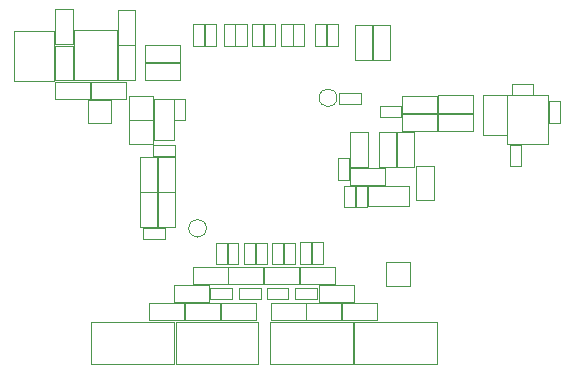
<source format=gbr>
G04 #@! TF.GenerationSoftware,KiCad,Pcbnew,8.0.0-rc1*
G04 #@! TF.CreationDate,2025-03-14T12:06:18+03:00*
G04 #@! TF.ProjectId,Movita_IO_Expansion_Board_V2.0,4d6f7669-7461-45f4-994f-5f457870616e,REV1*
G04 #@! TF.SameCoordinates,Original*
G04 #@! TF.FileFunction,Other,User*
%FSLAX46Y46*%
G04 Gerber Fmt 4.6, Leading zero omitted, Abs format (unit mm)*
G04 Created by KiCad (PCBNEW 8.0.0-rc1) date 2025-03-14 12:06:18*
%MOMM*%
%LPD*%
G01*
G04 APERTURE LIST*
%ADD10C,0.050000*%
G04 APERTURE END LIST*
D10*
X126189990Y-64339990D02*
X128009990Y-64339990D01*
X126189990Y-65259990D02*
X126189990Y-64339990D01*
X128009990Y-64339990D02*
X128009990Y-65259990D01*
X128009990Y-65259990D02*
X126189990Y-65259990D01*
X120312500Y-83780000D02*
X127312500Y-83780000D01*
X120312500Y-87280000D02*
X120312500Y-83780000D01*
X127312500Y-83780000D02*
X127312500Y-87280000D01*
X127312500Y-87280000D02*
X120312500Y-87280000D01*
X131510000Y-64570000D02*
X134470000Y-64570000D01*
X131510000Y-66030000D02*
X131510000Y-64570000D01*
X134470000Y-64570000D02*
X134470000Y-66030000D01*
X134470000Y-66030000D02*
X131510000Y-66030000D01*
X109740000Y-60250000D02*
X112700000Y-60250000D01*
X109740000Y-61710000D02*
X109740000Y-60250000D01*
X112700000Y-60250000D02*
X112700000Y-61710000D01*
X112700000Y-61710000D02*
X109740000Y-61710000D01*
X112310000Y-83770000D02*
X119310000Y-83770000D01*
X112310000Y-87270000D02*
X112310000Y-83770000D01*
X119310000Y-83770000D02*
X119310000Y-87270000D01*
X119310000Y-87270000D02*
X112310000Y-87270000D01*
X116720000Y-77040000D02*
X117640000Y-77040000D01*
X116720000Y-78860000D02*
X116720000Y-77040000D01*
X117640000Y-77040000D02*
X117640000Y-78860000D01*
X117640000Y-78860000D02*
X116720000Y-78860000D01*
X127099990Y-70669990D02*
X130059990Y-70669990D01*
X127099990Y-72129990D02*
X127099990Y-70669990D01*
X130059990Y-70669990D02*
X130059990Y-72129990D01*
X130059990Y-72129990D02*
X127099990Y-72129990D01*
X120365000Y-82120000D02*
X123325000Y-82120000D01*
X120365000Y-83580000D02*
X120365000Y-82120000D01*
X123325000Y-82120000D02*
X123325000Y-83580000D01*
X123325000Y-83580000D02*
X120365000Y-83580000D01*
X114789990Y-58509990D02*
X115729990Y-58509990D01*
X114789990Y-60369990D02*
X114789990Y-58509990D01*
X115729990Y-58509990D02*
X115729990Y-60369990D01*
X115729990Y-60369990D02*
X114789990Y-60369990D01*
X124450000Y-80600000D02*
X127410000Y-80600000D01*
X124450000Y-82060000D02*
X124450000Y-80600000D01*
X127410000Y-80600000D02*
X127410000Y-82060000D01*
X127410000Y-82060000D02*
X124450000Y-82060000D01*
X122417500Y-80870000D02*
X124277500Y-80870000D01*
X122417500Y-81810000D02*
X122417500Y-80870000D01*
X124277500Y-80870000D02*
X124277500Y-81810000D01*
X124277500Y-81810000D02*
X122417500Y-81810000D01*
X103735000Y-59008000D02*
X107335000Y-59008000D01*
X103735000Y-63258000D02*
X103735000Y-59008000D01*
X107335000Y-59008000D02*
X107335000Y-63258000D01*
X107335000Y-63258000D02*
X103735000Y-63258000D01*
X117379990Y-58489990D02*
X118319990Y-58489990D01*
X117379990Y-60349990D02*
X117379990Y-58489990D01*
X118319990Y-58489990D02*
X118319990Y-60349990D01*
X118319990Y-60349990D02*
X117379990Y-60349990D01*
X123850000Y-76990000D02*
X124770000Y-76990000D01*
X123850000Y-78810000D02*
X123850000Y-76990000D01*
X124770000Y-76990000D02*
X124770000Y-78810000D01*
X124770000Y-78810000D02*
X123850000Y-78810000D01*
X109745000Y-61780000D02*
X112705000Y-61780000D01*
X109745000Y-63240000D02*
X109745000Y-61780000D01*
X112705000Y-61780000D02*
X112705000Y-63240000D01*
X112705000Y-63240000D02*
X109745000Y-63240000D01*
X127599990Y-72199990D02*
X128519990Y-72199990D01*
X127599990Y-74019990D02*
X127599990Y-72199990D01*
X128519990Y-72199990D02*
X128519990Y-74019990D01*
X128519990Y-74019990D02*
X127599990Y-74019990D01*
X123375000Y-82120000D02*
X126335000Y-82120000D01*
X123375000Y-83580000D02*
X123375000Y-82120000D01*
X126335000Y-82120000D02*
X126335000Y-83580000D01*
X126335000Y-83580000D02*
X123375000Y-83580000D01*
X102130000Y-57275000D02*
X103590000Y-57275000D01*
X102130000Y-60235000D02*
X102130000Y-57275000D01*
X103590000Y-57275000D02*
X103590000Y-60235000D01*
X103590000Y-60235000D02*
X102130000Y-60235000D01*
X130129990Y-78699990D02*
X130129990Y-80699990D01*
X130129990Y-78699990D02*
X132129990Y-78699990D01*
X132129990Y-80699990D02*
X130129990Y-80699990D01*
X132129990Y-80699990D02*
X132129990Y-78699990D01*
X107445000Y-57295000D02*
X108905000Y-57295000D01*
X107445000Y-60255000D02*
X107445000Y-57295000D01*
X108905000Y-57295000D02*
X108905000Y-60255000D01*
X108905000Y-60255000D02*
X107445000Y-60255000D01*
X109280000Y-72765000D02*
X110740000Y-72765000D01*
X109280000Y-75725000D02*
X109280000Y-72765000D01*
X110740000Y-72765000D02*
X110740000Y-75725000D01*
X110740000Y-75725000D02*
X109280000Y-75725000D01*
X112220000Y-64850000D02*
X113140000Y-64850000D01*
X112220000Y-66670000D02*
X112220000Y-64850000D01*
X113140000Y-64850000D02*
X113140000Y-66670000D01*
X113140000Y-66670000D02*
X112220000Y-66670000D01*
X113759990Y-58509990D02*
X114699990Y-58509990D01*
X113759990Y-60369990D02*
X113759990Y-58509990D01*
X114699990Y-58509990D02*
X114699990Y-60369990D01*
X114699990Y-60369990D02*
X113759990Y-60369990D01*
X110800000Y-72765000D02*
X112260000Y-72765000D01*
X110800000Y-75725000D02*
X110800000Y-72765000D01*
X112260000Y-72765000D02*
X112260000Y-75725000D01*
X112260000Y-75725000D02*
X110800000Y-75725000D01*
X108360000Y-64600000D02*
X108360000Y-66600000D01*
X108360000Y-64600000D02*
X110360000Y-64600000D01*
X110360000Y-66600000D02*
X108360000Y-66600000D01*
X110360000Y-66600000D02*
X110360000Y-64600000D01*
X140760000Y-63560000D02*
X142580000Y-63560000D01*
X140760000Y-64480000D02*
X140760000Y-63560000D01*
X142580000Y-63560000D02*
X142580000Y-64480000D01*
X142580000Y-64480000D02*
X140760000Y-64480000D01*
X140643927Y-68735884D02*
X141563927Y-68735884D01*
X140643927Y-70555884D02*
X140643927Y-68735884D01*
X141563927Y-68735884D02*
X141563927Y-70555884D01*
X141563927Y-70555884D02*
X140643927Y-70555884D01*
X119100000Y-77020000D02*
X120020000Y-77020000D01*
X119100000Y-78840000D02*
X119100000Y-77020000D01*
X120020000Y-77020000D02*
X120020000Y-78840000D01*
X120020000Y-78840000D02*
X119100000Y-78840000D01*
X98630000Y-59105000D02*
X98630000Y-63305000D01*
X98630000Y-63305000D02*
X102030000Y-63305000D01*
X102030000Y-59105000D02*
X98630000Y-59105000D01*
X102030000Y-63305000D02*
X102030000Y-59105000D01*
X117655000Y-80890000D02*
X119515000Y-80890000D01*
X117655000Y-81830000D02*
X117655000Y-80890000D01*
X119515000Y-80890000D02*
X119515000Y-81830000D01*
X119515000Y-81830000D02*
X117655000Y-81830000D01*
X110800000Y-69735000D02*
X112260000Y-69735000D01*
X110800000Y-72695000D02*
X110800000Y-69735000D01*
X112260000Y-69735000D02*
X112260000Y-72695000D01*
X112260000Y-72695000D02*
X110800000Y-72695000D01*
X134550000Y-64560000D02*
X137510000Y-64560000D01*
X134550000Y-66020000D02*
X134550000Y-64560000D01*
X137510000Y-64560000D02*
X137510000Y-66020000D01*
X137510000Y-66020000D02*
X134550000Y-66020000D01*
X115255000Y-80890000D02*
X117115000Y-80890000D01*
X115255000Y-81830000D02*
X115255000Y-80890000D01*
X117115000Y-80890000D02*
X117115000Y-81830000D01*
X117115000Y-81830000D02*
X115255000Y-81830000D01*
X129500000Y-67630000D02*
X130960000Y-67630000D01*
X129500000Y-70590000D02*
X129500000Y-67630000D01*
X130960000Y-67630000D02*
X130960000Y-70590000D01*
X130960000Y-70590000D02*
X129500000Y-70590000D01*
X116165000Y-82150000D02*
X119125000Y-82150000D01*
X116165000Y-83610000D02*
X116165000Y-82150000D01*
X119125000Y-82150000D02*
X119125000Y-83610000D01*
X119125000Y-83610000D02*
X116165000Y-83610000D01*
X116780000Y-79080000D02*
X119740000Y-79080000D01*
X116780000Y-80540000D02*
X116780000Y-79080000D01*
X119740000Y-79080000D02*
X119740000Y-80540000D01*
X119740000Y-80540000D02*
X116780000Y-80540000D01*
X105160000Y-83770000D02*
X112160000Y-83770000D01*
X105160000Y-87270000D02*
X105160000Y-83770000D01*
X112160000Y-83770000D02*
X112160000Y-87270000D01*
X112160000Y-87270000D02*
X105160000Y-87270000D01*
X125973927Y-64755884D02*
G75*
G02*
X124473927Y-64755884I-750000J0D01*
G01*
X124473927Y-64755884D02*
G75*
G02*
X125973927Y-64755884I750000J0D01*
G01*
X127479990Y-58574990D02*
X128939990Y-58574990D01*
X127479990Y-61534990D02*
X127479990Y-58574990D01*
X128939990Y-58574990D02*
X128939990Y-61534990D01*
X128939990Y-61534990D02*
X127479990Y-61534990D01*
X131520000Y-66100000D02*
X134480000Y-66100000D01*
X131520000Y-67560000D02*
X131520000Y-66100000D01*
X134480000Y-66100000D02*
X134480000Y-67560000D01*
X134480000Y-67560000D02*
X131520000Y-67560000D01*
X121279990Y-58539990D02*
X122219990Y-58539990D01*
X121279990Y-60399990D02*
X121279990Y-58539990D01*
X122219990Y-58539990D02*
X122219990Y-60399990D01*
X122219990Y-60399990D02*
X121279990Y-60399990D01*
X121490000Y-77010000D02*
X122410000Y-77010000D01*
X121490000Y-78830000D02*
X121490000Y-77010000D01*
X122410000Y-77010000D02*
X122410000Y-78830000D01*
X122410000Y-78830000D02*
X121490000Y-78830000D01*
X126440000Y-82130000D02*
X129400000Y-82130000D01*
X126440000Y-83590000D02*
X126440000Y-82130000D01*
X129400000Y-82130000D02*
X129400000Y-83590000D01*
X129400000Y-83590000D02*
X126440000Y-83590000D01*
X119815000Y-79080000D02*
X122775000Y-79080000D01*
X119815000Y-80540000D02*
X119815000Y-79080000D01*
X122775000Y-79080000D02*
X122775000Y-80540000D01*
X122775000Y-80540000D02*
X119815000Y-80540000D01*
X105160000Y-63380000D02*
X108120000Y-63380000D01*
X105160000Y-64840000D02*
X105160000Y-63380000D01*
X108120000Y-63380000D02*
X108120000Y-64840000D01*
X108120000Y-64840000D02*
X105160000Y-64840000D01*
X129019990Y-58554990D02*
X130479990Y-58554990D01*
X129019990Y-61514990D02*
X129019990Y-58554990D01*
X130479990Y-58554990D02*
X130479990Y-61514990D01*
X130479990Y-61514990D02*
X129019990Y-61514990D01*
X128589990Y-72219990D02*
X132089990Y-72219990D01*
X128589990Y-73919990D02*
X128589990Y-72219990D01*
X132089990Y-72219990D02*
X132089990Y-73919990D01*
X132089990Y-73919990D02*
X128589990Y-73919990D01*
X129600000Y-65480000D02*
X131420000Y-65480000D01*
X129600000Y-66400000D02*
X129600000Y-65480000D01*
X131420000Y-65480000D02*
X131420000Y-66400000D01*
X131420000Y-66400000D02*
X129600000Y-66400000D01*
X102140000Y-60330000D02*
X103600000Y-60330000D01*
X102140000Y-63290000D02*
X102140000Y-60330000D01*
X103600000Y-60330000D02*
X103600000Y-63290000D01*
X103600000Y-63290000D02*
X102140000Y-63290000D01*
X113750000Y-79080000D02*
X116710000Y-79080000D01*
X113750000Y-80540000D02*
X113750000Y-79080000D01*
X116710000Y-79080000D02*
X116710000Y-80540000D01*
X116710000Y-80540000D02*
X113750000Y-80540000D01*
X107435000Y-60315000D02*
X108895000Y-60315000D01*
X107435000Y-63275000D02*
X107435000Y-60315000D01*
X108895000Y-60315000D02*
X108895000Y-63275000D01*
X108895000Y-63275000D02*
X107435000Y-63275000D01*
X110460000Y-64855000D02*
X112160000Y-64855000D01*
X110460000Y-68355000D02*
X110460000Y-64855000D01*
X112160000Y-64855000D02*
X112160000Y-68355000D01*
X112160000Y-68355000D02*
X110460000Y-68355000D01*
X102130000Y-63380000D02*
X105090000Y-63380000D01*
X102130000Y-64840000D02*
X102130000Y-63380000D01*
X105090000Y-63380000D02*
X105090000Y-64840000D01*
X105090000Y-64840000D02*
X102130000Y-64840000D01*
X134560000Y-66100000D02*
X137520000Y-66100000D01*
X134560000Y-67560000D02*
X134560000Y-66100000D01*
X137520000Y-66100000D02*
X137520000Y-67560000D01*
X137520000Y-67560000D02*
X134560000Y-67560000D01*
X131040000Y-67620000D02*
X132500000Y-67620000D01*
X131040000Y-70580000D02*
X131040000Y-67620000D01*
X132500000Y-67620000D02*
X132500000Y-70580000D01*
X132500000Y-70580000D02*
X131040000Y-70580000D01*
X116379990Y-58489990D02*
X117319990Y-58489990D01*
X116379990Y-60349990D02*
X116379990Y-58489990D01*
X117319990Y-58489990D02*
X117319990Y-60349990D01*
X117319990Y-60349990D02*
X116379990Y-60349990D01*
X110440000Y-68750000D02*
X112260000Y-68750000D01*
X110440000Y-69670000D02*
X110440000Y-68750000D01*
X112260000Y-68750000D02*
X112260000Y-69670000D01*
X112260000Y-69670000D02*
X110440000Y-69670000D01*
X125109990Y-58549990D02*
X126049990Y-58549990D01*
X125109990Y-60409990D02*
X125109990Y-58549990D01*
X126049990Y-58549990D02*
X126049990Y-60409990D01*
X126049990Y-60409990D02*
X125109990Y-60409990D01*
X115740000Y-77040000D02*
X116660000Y-77040000D01*
X115740000Y-78860000D02*
X115740000Y-77040000D01*
X116660000Y-77040000D02*
X116660000Y-78860000D01*
X116660000Y-78860000D02*
X115740000Y-78860000D01*
X122835000Y-79080000D02*
X125795000Y-79080000D01*
X122835000Y-80540000D02*
X122835000Y-79080000D01*
X125795000Y-79080000D02*
X125795000Y-80540000D01*
X125795000Y-80540000D02*
X122835000Y-80540000D01*
X113135000Y-82150000D02*
X116095000Y-82150000D01*
X113135000Y-83610000D02*
X113135000Y-82150000D01*
X116095000Y-82150000D02*
X116095000Y-83610000D01*
X116095000Y-83610000D02*
X113135000Y-83610000D01*
X132709990Y-70489990D02*
X134169990Y-70489990D01*
X132709990Y-73449990D02*
X132709990Y-70489990D01*
X134169990Y-70489990D02*
X134169990Y-73449990D01*
X134169990Y-73449990D02*
X132709990Y-73449990D01*
X143920000Y-65030000D02*
X144840000Y-65030000D01*
X143920000Y-66850000D02*
X143920000Y-65030000D01*
X144840000Y-65030000D02*
X144840000Y-66850000D01*
X144840000Y-66850000D02*
X143920000Y-66850000D01*
X108360000Y-68670000D02*
X108360000Y-66670000D01*
X108360000Y-68670000D02*
X110360000Y-68670000D01*
X110360000Y-66670000D02*
X108360000Y-66670000D01*
X110360000Y-66670000D02*
X110360000Y-68670000D01*
X126579990Y-72209990D02*
X127499990Y-72209990D01*
X126579990Y-74029990D02*
X126579990Y-72209990D01*
X127499990Y-72209990D02*
X127499990Y-74029990D01*
X127499990Y-74029990D02*
X126579990Y-74029990D01*
X118799990Y-58504990D02*
X119739990Y-58504990D01*
X118799990Y-60364990D02*
X118799990Y-58504990D01*
X119739990Y-58504990D02*
X119739990Y-60364990D01*
X119739990Y-60364990D02*
X118799990Y-60364990D01*
X104860000Y-64910000D02*
X104860000Y-66910000D01*
X104860000Y-64910000D02*
X106860000Y-64910000D01*
X106860000Y-66910000D02*
X104860000Y-66910000D01*
X106860000Y-66910000D02*
X106860000Y-64910000D01*
X118120000Y-77020000D02*
X119040000Y-77020000D01*
X118120000Y-78840000D02*
X118120000Y-77020000D01*
X119040000Y-77020000D02*
X119040000Y-78840000D01*
X119040000Y-78840000D02*
X118120000Y-78840000D01*
X138373927Y-64535884D02*
X140333927Y-64535884D01*
X138373927Y-67935884D02*
X138373927Y-64535884D01*
X140333927Y-64535884D02*
X140333927Y-67935884D01*
X140333927Y-67935884D02*
X138373927Y-67935884D01*
X122830000Y-76980000D02*
X123770000Y-76980000D01*
X122830000Y-78840000D02*
X122830000Y-76980000D01*
X123770000Y-76980000D02*
X123770000Y-78840000D01*
X123770000Y-78840000D02*
X122830000Y-78840000D01*
X109579990Y-75799990D02*
X111399990Y-75799990D01*
X109579990Y-76719990D02*
X109579990Y-75799990D01*
X111399990Y-75799990D02*
X111399990Y-76719990D01*
X111399990Y-76719990D02*
X109579990Y-76719990D01*
X112220000Y-80620000D02*
X115180000Y-80620000D01*
X112220000Y-82080000D02*
X112220000Y-80620000D01*
X115180000Y-80620000D02*
X115180000Y-82080000D01*
X115180000Y-82080000D02*
X112220000Y-82080000D01*
X127119990Y-67639990D02*
X128579990Y-67639990D01*
X127119990Y-70599990D02*
X127119990Y-67639990D01*
X128579990Y-67639990D02*
X128579990Y-70599990D01*
X128579990Y-70599990D02*
X127119990Y-70599990D01*
X119799990Y-58499990D02*
X120739990Y-58499990D01*
X119799990Y-60359990D02*
X119799990Y-58499990D01*
X120739990Y-58499990D02*
X120739990Y-60359990D01*
X120739990Y-60359990D02*
X119799990Y-60359990D01*
X140413927Y-64552134D02*
X140413927Y-68652134D01*
X140413927Y-68652134D02*
X143813927Y-68652134D01*
X143813927Y-64552134D02*
X140413927Y-64552134D01*
X143813927Y-68652134D02*
X143813927Y-64552134D01*
X127410000Y-83780000D02*
X134410000Y-83780000D01*
X127410000Y-87280000D02*
X127410000Y-83780000D01*
X134410000Y-83780000D02*
X134410000Y-87280000D01*
X134410000Y-87280000D02*
X127410000Y-87280000D01*
X122279990Y-58539990D02*
X123219990Y-58539990D01*
X122279990Y-60399990D02*
X122279990Y-58539990D01*
X123219990Y-58539990D02*
X123219990Y-60399990D01*
X123219990Y-60399990D02*
X122279990Y-60399990D01*
X124109990Y-58549990D02*
X125049990Y-58549990D01*
X124109990Y-60409990D02*
X124109990Y-58549990D01*
X125049990Y-58549990D02*
X125049990Y-60409990D01*
X125049990Y-60409990D02*
X124109990Y-60409990D01*
X120500000Y-77010000D02*
X121420000Y-77010000D01*
X120500000Y-78830000D02*
X120500000Y-77010000D01*
X121420000Y-77010000D02*
X121420000Y-78830000D01*
X121420000Y-78830000D02*
X120500000Y-78830000D01*
X114923927Y-75805884D02*
G75*
G02*
X113423927Y-75805884I-750000J0D01*
G01*
X113423927Y-75805884D02*
G75*
G02*
X114923927Y-75805884I750000J0D01*
G01*
X110095000Y-82150000D02*
X113055000Y-82150000D01*
X110095000Y-83610000D02*
X110095000Y-82150000D01*
X113055000Y-82150000D02*
X113055000Y-83610000D01*
X113055000Y-83610000D02*
X110095000Y-83610000D01*
X109270000Y-69735000D02*
X110730000Y-69735000D01*
X109270000Y-72695000D02*
X109270000Y-69735000D01*
X110730000Y-69735000D02*
X110730000Y-72695000D01*
X110730000Y-72695000D02*
X109270000Y-72695000D01*
X120012500Y-80870000D02*
X121872500Y-80870000D01*
X120012500Y-81810000D02*
X120012500Y-80870000D01*
X121872500Y-80870000D02*
X121872500Y-81810000D01*
X121872500Y-81810000D02*
X120012500Y-81810000D01*
X126089990Y-69889990D02*
X127009990Y-69889990D01*
X126089990Y-71709990D02*
X126089990Y-69889990D01*
X127009990Y-69889990D02*
X127009990Y-71709990D01*
X127009990Y-71709990D02*
X126089990Y-71709990D01*
M02*

</source>
